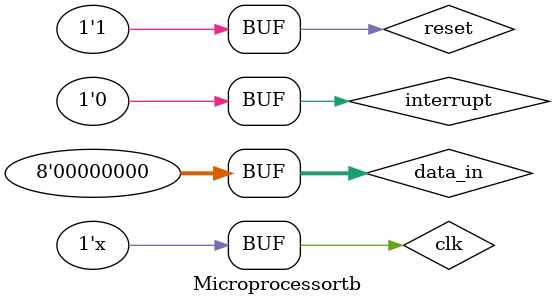
<source format=v>
`timescale 1ns / 1ps


module Microprocessortb;

	// Inputs
	reg [7:0] data_in;
	reg clk;
	reg interrupt;
	reg reset;

	// Outputs
	wire [7:0] data_out;

	// Instantiate the Unit Under Test (UUT)
	Microprocessor uut (
		.data_in(data_in), 
		.clk(clk), 
		.interrupt(interrupt), 
		.reset(reset), 
		.data_out(data_out)
	);

initial
begin
data_in = 0;
interrupt = 0;
clk = 0;
reset = 1;
#200; reset = 0;
#500; reset = 1;
end
always

#500 clk = ~clk;

      
endmodule


</source>
